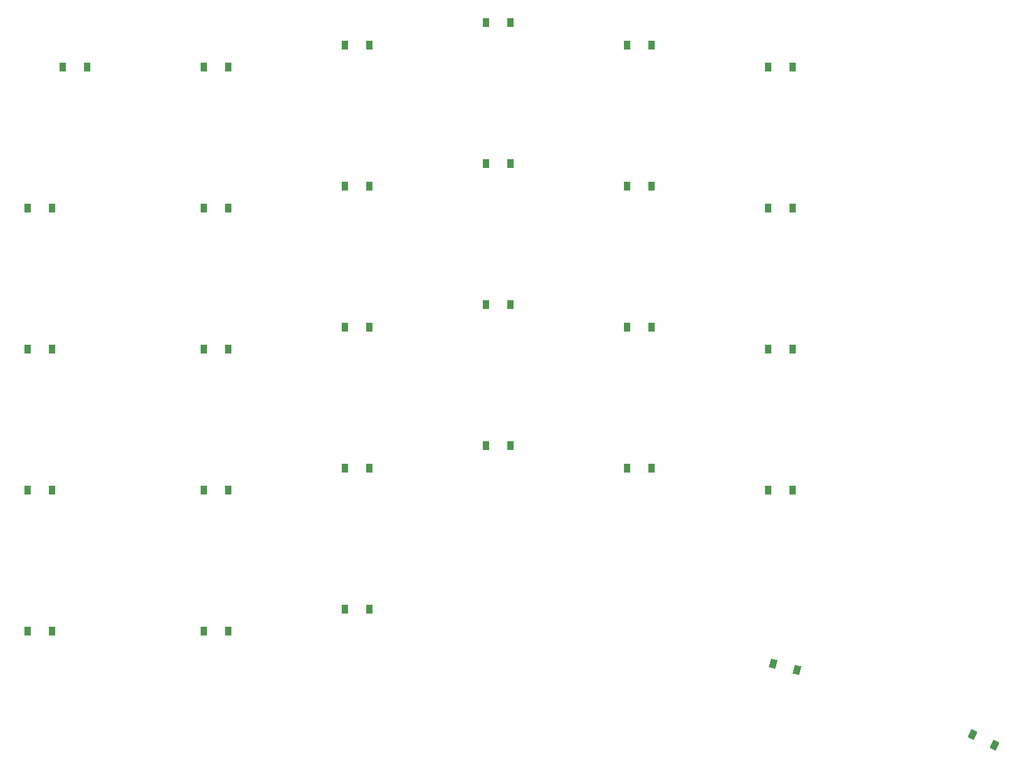
<source format=gbr>
%TF.GenerationSoftware,KiCad,Pcbnew,7.0.2-6a45011f42~172~ubuntu22.04.1*%
%TF.CreationDate,2023-05-03T20:51:48-04:00*%
%TF.ProjectId,left,6c656674-2e6b-4696-9361-645f70636258,v1.0.0*%
%TF.SameCoordinates,Original*%
%TF.FileFunction,Paste,Top*%
%TF.FilePolarity,Positive*%
%FSLAX46Y46*%
G04 Gerber Fmt 4.6, Leading zero omitted, Abs format (unit mm)*
G04 Created by KiCad (PCBNEW 7.0.2-6a45011f42~172~ubuntu22.04.1) date 2023-05-03 20:51:48*
%MOMM*%
%LPD*%
G01*
G04 APERTURE LIST*
G04 Aperture macros list*
%AMRotRect*
0 Rectangle, with rotation*
0 The origin of the aperture is its center*
0 $1 length*
0 $2 width*
0 $3 Rotation angle, in degrees counterclockwise*
0 Add horizontal line*
21,1,$1,$2,0,0,$3*%
G04 Aperture macros list end*
%ADD10RotRect,0.900000X1.200000X335.000000*%
%ADD11R,0.900000X1.200000*%
%ADD12RotRect,0.900000X1.200000X345.000000*%
G04 APERTURE END LIST*
D10*
%TO.C,D29*%
X171128540Y-145181754D03*
X174119356Y-146576394D03*
%TD*%
D11*
%TO.C,D1*%
X43587500Y-131200000D03*
X46887500Y-131200000D03*
%TD*%
%TO.C,D2*%
X43587500Y-112150000D03*
X46887500Y-112150000D03*
%TD*%
%TO.C,D3*%
X43587500Y-93100000D03*
X46887500Y-93100000D03*
%TD*%
%TO.C,D4*%
X43587500Y-74050000D03*
X46887500Y-74050000D03*
%TD*%
%TO.C,D5*%
X48350000Y-55000000D03*
X51650000Y-55000000D03*
%TD*%
%TO.C,D6*%
X67400000Y-131200000D03*
X70700000Y-131200000D03*
%TD*%
%TO.C,D7*%
X67400000Y-112150000D03*
X70700000Y-112150000D03*
%TD*%
%TO.C,D8*%
X67400000Y-93100000D03*
X70700000Y-93100000D03*
%TD*%
%TO.C,D9*%
X67400000Y-74050000D03*
X70700000Y-74050000D03*
%TD*%
%TO.C,D10*%
X67400000Y-55000000D03*
X70700000Y-55000000D03*
%TD*%
%TO.C,D11*%
X86450000Y-128200000D03*
X89750000Y-128200000D03*
%TD*%
%TO.C,D12*%
X86450000Y-109150000D03*
X89750000Y-109150000D03*
%TD*%
%TO.C,D13*%
X86450000Y-90100000D03*
X89750000Y-90100000D03*
%TD*%
%TO.C,D14*%
X86450000Y-71050000D03*
X89750000Y-71050000D03*
%TD*%
%TO.C,D15*%
X86450000Y-52000000D03*
X89750000Y-52000000D03*
%TD*%
%TO.C,D16*%
X105500000Y-106150000D03*
X108800000Y-106150000D03*
%TD*%
%TO.C,D17*%
X105500000Y-87100000D03*
X108800000Y-87100000D03*
%TD*%
%TO.C,D18*%
X105500000Y-68050000D03*
X108800000Y-68050000D03*
%TD*%
%TO.C,D19*%
X105500000Y-49000000D03*
X108800000Y-49000000D03*
%TD*%
%TO.C,D20*%
X124550000Y-109150000D03*
X127850000Y-109150000D03*
%TD*%
%TO.C,D21*%
X124550000Y-90100000D03*
X127850000Y-90100000D03*
%TD*%
%TO.C,D22*%
X127850000Y-71050000D03*
X124550000Y-71050000D03*
%TD*%
%TO.C,D23*%
X124550000Y-52000000D03*
X127850000Y-52000000D03*
%TD*%
%TO.C,D24*%
X143600000Y-112150000D03*
X146900000Y-112150000D03*
%TD*%
%TO.C,D25*%
X143600000Y-93100000D03*
X146900000Y-93100000D03*
%TD*%
%TO.C,D26*%
X143600000Y-74050000D03*
X146900000Y-74050000D03*
%TD*%
%TO.C,D27*%
X143600000Y-55000000D03*
X146900000Y-55000000D03*
%TD*%
D12*
%TO.C,D28*%
X144262127Y-135602578D03*
X147449683Y-136456680D03*
%TD*%
M02*

</source>
